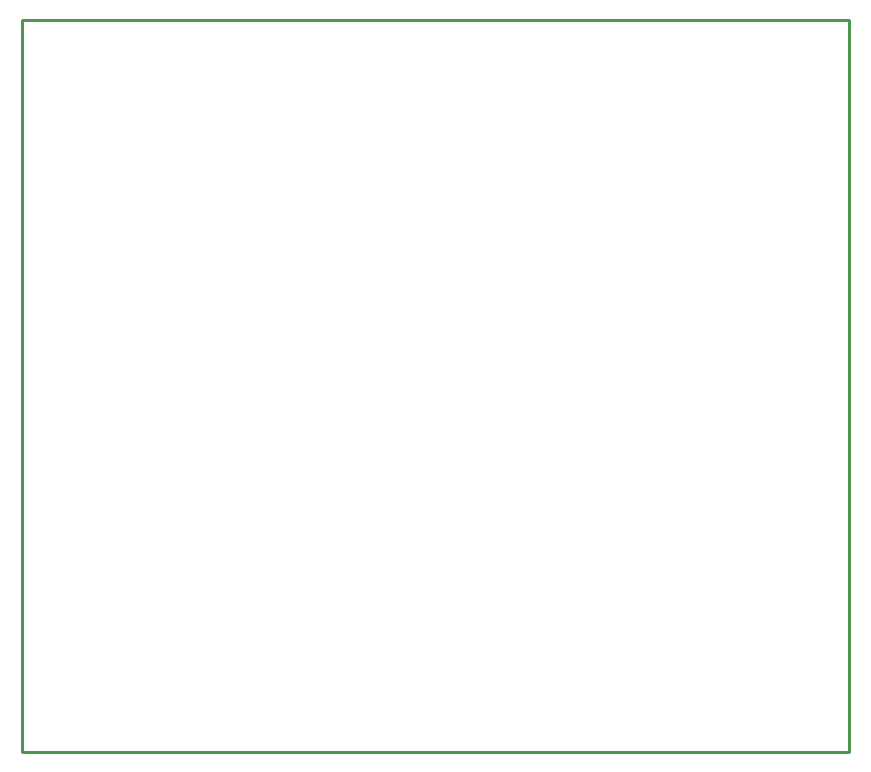
<source format=gbr>
%FSTAX23Y23*%
%MOIN*%
%SFA1B1*%

%IPPOS*%
%ADD51C,0.010000*%
%LNacoustics_4_mechanical_1-1*%
%LPD*%
G54D51*
X00005Y0D02*
X02761D01*
X00005Y0244D02*
X02761D01*
Y0D02*
Y0244D01*
X00005Y0D02*
Y0244D01*
M02*
</source>
